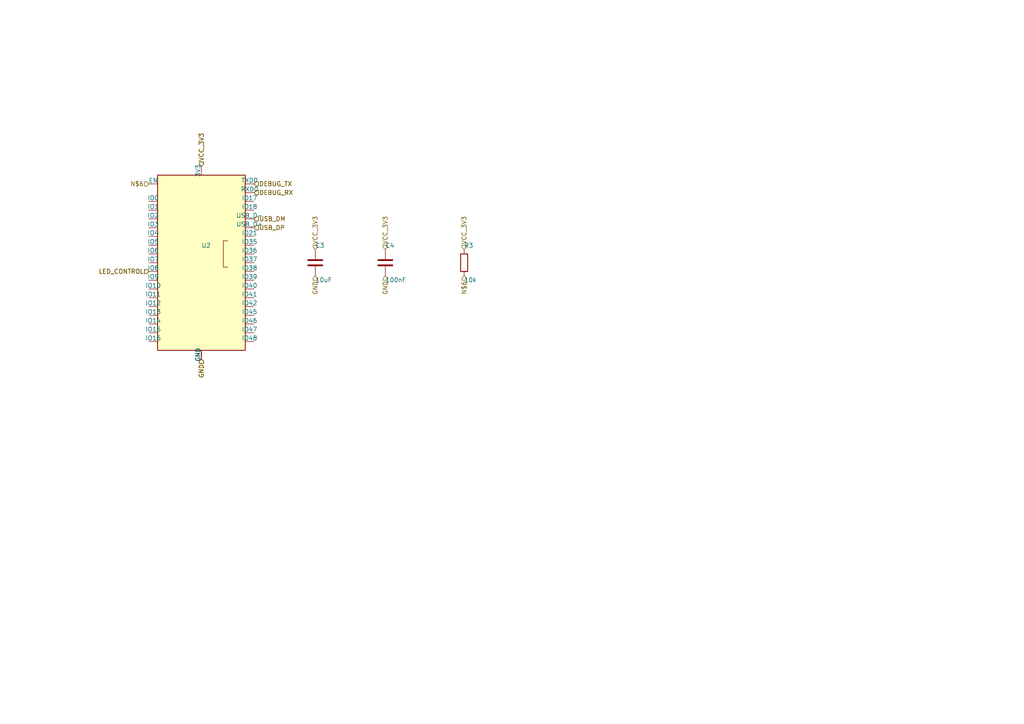
<source format=kicad_sch>
(kicad_sch (version 20250114) (generator "circuit_synth") (generator_version "9.0")
  (paper "A4")
  (lib_symbols
    (symbol "Device:C" (pin_numbers hide) (pin_names (offset 0))
      (property "Reference" "C" (at 0 0 0))
      (property "Value" "C" (at 0 0 0))
      (symbol "C_0_1"
        (polyline (pts (xy -2.032 0.762) (xy 2.032 0.762)) (stroke (width 0.508)))
        (polyline (pts (xy -2.032 -0.762) (xy 2.032 -0.762)) (stroke (width 0.508)))
      )
      (symbol "C_1_1"
        (pin passive line (at 0 3.81 270) (length 2.794) (name "~") (number "1"))
        (pin passive line (at 0 -3.81 90) (length 2.794) (name "~") (number "2"))
      )
    )
    (symbol "Device:R" (pin_numbers hide) (pin_names (offset 0))
      (property "Reference" "R" (at 0 0 0))
      (property "Value" "R" (at 0 0 0))
      (symbol "R_0_1"
        (rectangle (start -1.016 -2.54) (end 1.016 2.54) (stroke (width 0.254)))
      )
      (symbol "R_1_1"
        (pin passive line (at 0 3.81 270) (length 1.27) (name "~") (number "1"))
        (pin passive line (at 0 -3.81 90) (length 1.27) (name "~") (number "2"))
      )
    )
    (symbol "RF_Module:ESP32-S3-WROOM-1" (pin_numbers hide) (pin_names (offset 0))
      (property "Reference" "U" (at 0 0 0))
      (property "Value" "ESP32-S3-WROOM-1" (at 0 0 0))
      (symbol "ESP32-S3-WROOM-1_0_1"
        (rectangle (start -12.7 25.4) (end 12.7 -25.4) (stroke (width 0.254)) (fill (type background)))
        (polyline (pts (xy 7.62 -1.27) (xy 6.35 -1.27) (xy 6.35 6.35) (xy 7.62 6.35)))
      )
      (symbol "ESP32-S3-WROOM-1_1_1"
        (pin input line (at -15.24 22.86 0) (length 2.54) (name "EN") (number "3"))
        (pin bidirectional line (at -15.24 17.78 0) (length 2.54) (name "IO0") (number "27"))
        (pin bidirectional line (at -15.24 15.24 0) (length 2.54) (name "IO1") (number "39"))
        (pin bidirectional line (at -15.24 12.7 0) (length 2.54) (name "IO2") (number "38"))
        (pin bidirectional line (at -15.24 10.16 0) (length 2.54) (name "IO3") (number "15"))
        (pin bidirectional line (at -15.24 7.62 0) (length 2.54) (name "IO4") (number "4"))
        (pin bidirectional line (at -15.24 5.08 0) (length 2.54) (name "IO5") (number "5"))
        (pin bidirectional line (at -15.24 2.54 0) (length 2.54) (name "IO6") (number "6"))
        (pin bidirectional line (at -15.24 0 0) (length 2.54) (name "IO7") (number "7"))
        (pin bidirectional line (at -15.24 -2.54 0) (length 2.54) (name "IO8") (number "12"))
        (pin bidirectional line (at -15.24 -5.08 0) (length 2.54) (name "IO9") (number "17"))
        (pin bidirectional line (at -15.24 -7.62 0) (length 2.54) (name "IO10") (number "18"))
        (pin bidirectional line (at -15.24 -10.16 0) (length 2.54) (name "IO11") (number "19"))
        (pin bidirectional line (at -15.24 -12.7 0) (length 2.54) (name "IO12") (number "20"))
        (pin bidirectional line (at -15.24 -15.24 0) (length 2.54) (name "IO13") (number "21"))
        (pin bidirectional line (at -15.24 -17.78 0) (length 2.54) (name "IO14") (number "22"))
        (pin bidirectional line (at -15.24 -20.32 0) (length 2.54) (name "IO15") (number "8"))
        (pin bidirectional line (at -15.24 -22.86 0) (length 2.54) (name "IO16") (number "9"))
        (pin power_in line (at 0 27.94 270) (length 2.54) (name "3V3") (number "2"))
        (pin power_in line (at 0 -27.94 90) (length 2.54) (name "GND") (number "1"))
        (pin passive line (at 0 -27.94 90) (length 2.54) (name "GND") (number "40"))
        (pin passive line (at 0 -27.94 90) (length 2.54) (name "GND") (number "41"))
        (pin bidirectional line (at 15.24 22.86 180) (length 2.54) (name "TXD0") (number "37"))
        (pin bidirectional line (at 15.24 20.32 180) (length 2.54) (name "RXD0") (number "36"))
        (pin bidirectional line (at 15.24 17.78 180) (length 2.54) (name "IO17") (number "10"))
        (pin bidirectional line (at 15.24 15.24 180) (length 2.54) (name "IO18") (number "11"))
        (pin bidirectional line (at 15.24 12.7 180) (length 2.54) (name "USB_D-") (number "13"))
        (pin bidirectional line (at 15.24 10.16 180) (length 2.54) (name "USB_D+") (number "14"))
        (pin bidirectional line (at 15.24 7.62 180) (length 2.54) (name "IO21") (number "23"))
        (pin bidirectional line (at 15.24 5.08 180) (length 2.54) (name "IO35") (number "28"))
        (pin bidirectional line (at 15.24 2.54 180) (length 2.54) (name "IO36") (number "29"))
        (pin bidirectional line (at 15.24 0 180) (length 2.54) (name "IO37") (number "30"))
        (pin bidirectional line (at 15.24 -2.54 180) (length 2.54) (name "IO38") (number "31"))
        (pin bidirectional line (at 15.24 -5.08 180) (length 2.54) (name "IO39") (number "32"))
        (pin bidirectional line (at 15.24 -7.62 180) (length 2.54) (name "IO40") (number "33"))
        (pin bidirectional line (at 15.24 -10.16 180) (length 2.54) (name "IO41") (number "34"))
        (pin bidirectional line (at 15.24 -12.7 180) (length 2.54) (name "IO42") (number "35"))
        (pin bidirectional line (at 15.24 -15.24 180) (length 2.54) (name "IO45") (number "26"))
        (pin bidirectional line (at 15.24 -17.78 180) (length 2.54) (name "IO46") (number "16"))
        (pin bidirectional line (at 15.24 -20.32 180) (length 2.54) (name "IO47") (number "24"))
        (pin bidirectional line (at 15.24 -22.86 180) (length 2.54) (name "IO48") (number "25"))
      )
    )
  )
  (symbol (lib_id "RF_Module:ESP32-S3-WROOM-1") (at 58.42 76.2 0) (unit 1)
    (property "Reference" "U2" (at 58.42 71.2 0) (effects (justify left)))
    (property "Footprint" "RF_Module:ESP32-S3-WROOM-1" (effects (hide yes)))
  )
  (symbol (lib_id "Device:C") (at 91.44 76.2 0) (unit 1)
    (property "Reference" "C3" (at 91.44 71.2 0) (effects (justify left)))
    (property "Value" "10uF" (at 91.44 81.2 0) (effects (justify left)))
    (property "Footprint" "Capacitor_SMD:C_0805_2012Metric" (effects (hide yes)))
  )
  (symbol (lib_id "Device:C") (at 111.76 76.2 0) (unit 1)
    (property "Reference" "C4" (at 111.76 71.2 0) (effects (justify left)))
    (property "Value" "100nF" (at 111.76 81.2 0) (effects (justify left)))
    (property "Footprint" "Capacitor_SMD:C_0603_1608Metric" (effects (hide yes)))
  )
  (symbol (lib_id "Device:R") (at 134.62 76.2 0) (unit 1)
    (property "Reference" "R3" (at 134.62 71.2 0) (effects (justify left)))
    (property "Value" "10k" (at 134.62 81.2 0) (effects (justify left)))
    (property "Footprint" "Resistor_SMD:R_0603_1608Metric" (effects (hide yes)))
  )
  (hierarchical_label "N$6" (shape input) (at 43.18 53.34 180))
  (hierarchical_label "N$6" (shape input) (at 134.62 80.01 270))
  (hierarchical_label "LED_CONTROL" (shape input) (at 43.18 78.74 180))
  (hierarchical_label "LED_CONTROL" (shape input) (at 43.18 78.74 180))
  (hierarchical_label "VCC_3V3" (shape input) (at 58.42 48.26 90))
  (hierarchical_label "VCC_3V3" (shape input) (at 58.42 48.26 90))
  (hierarchical_label "VCC_3V3" (shape input) (at 91.44 72.39 90))
  (hierarchical_label "VCC_3V3" (shape input) (at 111.76 72.39 90))
  (hierarchical_label "VCC_3V3" (shape input) (at 134.62 72.39 90))
  (hierarchical_label "GND" (shape input) (at 58.42 104.14 270))
  (hierarchical_label "GND" (shape input) (at 58.42 104.14 270))
  (hierarchical_label "GND" (shape input) (at 58.42 104.14 270))
  (hierarchical_label "GND" (shape input) (at 91.44 80.01 270))
  (hierarchical_label "GND" (shape input) (at 111.76 80.01 270))
  (hierarchical_label "DEBUG_TX" (shape input) (at 73.66 53.34 0))
  (hierarchical_label "DEBUG_TX" (shape input) (at 73.66 53.34 0))
  (hierarchical_label "DEBUG_RX" (shape input) (at 73.66 55.88 0))
  (hierarchical_label "DEBUG_RX" (shape input) (at 73.66 55.88 0))
  (hierarchical_label "USB_DM" (shape input) (at 73.66 63.5 0))
  (hierarchical_label "USB_DM" (shape input) (at 73.66 63.5 0))
  (hierarchical_label "USB_DP" (shape input) (at 73.66 66.04 0))
  (hierarchical_label "USB_DP" (shape input) (at 73.66 66.04 0))
)
</source>
